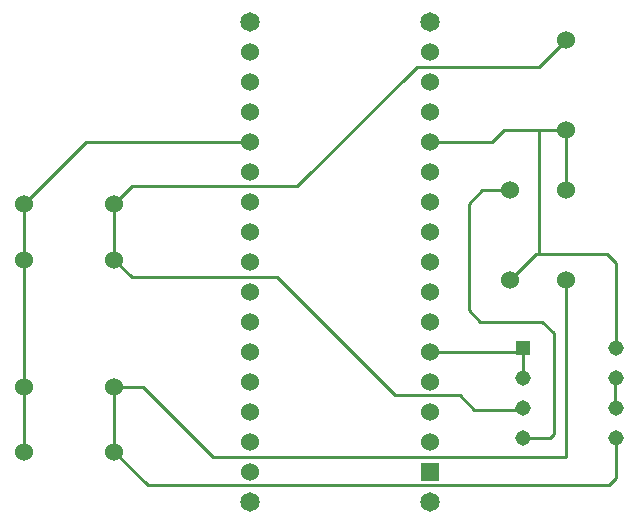
<source format=gbr>
%TF.GenerationSoftware,Altium Limited,Altium Designer,23.9.2 (47)*%
G04 Layer_Physical_Order=1*
G04 Layer_Color=255*
%FSLAX45Y45*%
%MOMM*%
%TF.SameCoordinates,069DA617-DDAF-4FD6-95A1-D134820B9D42*%
%TF.FilePolarity,Positive*%
%TF.FileFunction,Copper,L1,Top,Signal*%
%TF.Part,Single*%
G01*
G75*
%TA.AperFunction,Conductor*%
%ADD10C,0.25400*%
%TA.AperFunction,ComponentPad*%
%ADD11C,1.65100*%
%ADD12C,1.52400*%
%ADD13R,1.52400X1.52400*%
%ADD14C,1.30800*%
%ADD15R,1.30800X1.30800*%
D10*
X1539880Y1124997D02*
X2139879Y524998D01*
X1300003Y1124997D02*
X1539880D01*
X2139879Y524998D02*
X5125000D01*
X1299998Y575000D02*
X1585296Y289702D01*
X5489703D01*
X3675357Y1050000D02*
X4225000D01*
X4746004Y925000D02*
X4763004Y942000D01*
X4225000Y1050000D02*
X4350000Y925000D01*
X4746004D01*
X2675357Y2050000D02*
X3675357Y1050000D01*
X1449999Y2050000D02*
X2675357D01*
X1299998Y2200001D02*
X1449999Y2050000D01*
X4300000Y2675000D02*
X4412000Y2787000D01*
X4300000Y1775000D02*
Y2675000D01*
X4412000Y2787000D02*
X4649998D01*
X4300000Y1775000D02*
X4400000Y1675000D01*
X5550003Y350003D02*
Y688000D01*
X5489703Y289702D02*
X5550003Y350003D01*
X5125000Y524998D02*
X5125000Y524998D01*
X4874998Y2250000D02*
X4900000D01*
Y3299999D02*
X5125000D01*
X4900000Y2250000D02*
Y3299999D01*
X4599999D02*
X4900000D01*
Y2250000D02*
X5475000D01*
X4498002Y3198002D02*
X4599999Y3299999D01*
X3974999Y3198002D02*
X4498002D01*
X4400000Y1675000D02*
X4925000D01*
X5025000Y1575000D01*
Y725000D02*
Y1575000D01*
X4988000Y688000D02*
X5025000Y725000D01*
X4763004Y688000D02*
X4988000D01*
X4649998Y2025000D02*
X4874998Y2250000D01*
X5475000D02*
X5550003Y2174997D01*
Y1450000D02*
Y2174997D01*
X4763004Y1420002D02*
Y1450000D01*
X3974999Y1420002D02*
X4763004D01*
X5543500Y948502D02*
X5550003Y942000D01*
X5543500Y948502D02*
Y1189497D01*
X5550003Y1196000D01*
X5125000Y524998D02*
Y2025000D01*
X1061000Y3198002D02*
X2450999D01*
X537998Y2675001D02*
X1061000Y3198002D01*
X1299998Y2675001D02*
X1449457Y2824460D01*
X2851720D01*
X3860100Y3832840D01*
X4895841D01*
X5125000Y4061999D01*
X4763004Y1196000D02*
Y1420002D01*
X5125000Y2787000D02*
Y3299999D01*
X1299998Y2200001D02*
Y2675001D01*
Y575000D02*
X1300003Y1124997D01*
X537998Y848340D02*
X538003Y1124997D01*
X537998Y575000D02*
Y848340D01*
Y2200001D02*
X538003Y1124997D01*
X537998Y2200001D02*
Y2675001D01*
D11*
X3974999Y4214002D02*
D03*
X2450999D02*
D03*
Y150002D02*
D03*
X3974999D02*
D03*
D12*
X2450999Y404002D02*
D03*
Y658002D02*
D03*
Y912002D02*
D03*
Y1166002D02*
D03*
Y1420002D02*
D03*
Y1674002D02*
D03*
Y1928002D02*
D03*
Y2182002D02*
D03*
Y2436002D02*
D03*
Y2690002D02*
D03*
Y2944002D02*
D03*
Y3198002D02*
D03*
Y3452002D02*
D03*
Y3706002D02*
D03*
Y3960002D02*
D03*
X3974999D02*
D03*
Y3706002D02*
D03*
Y3452002D02*
D03*
Y3198002D02*
D03*
Y2944002D02*
D03*
Y2690002D02*
D03*
Y2436002D02*
D03*
Y2182002D02*
D03*
Y1928002D02*
D03*
Y1674002D02*
D03*
Y1420002D02*
D03*
Y1166002D02*
D03*
Y912002D02*
D03*
Y658002D02*
D03*
X4649998Y2787000D02*
D03*
Y2025000D02*
D03*
X5125000Y4061999D02*
D03*
Y3299999D02*
D03*
Y2025000D02*
D03*
Y2787000D02*
D03*
X1300003Y1124997D02*
D03*
X538003D02*
D03*
X1299998Y2675001D02*
D03*
X537998D02*
D03*
Y2200001D02*
D03*
X1299998D02*
D03*
Y575000D02*
D03*
X537998D02*
D03*
D13*
X3974999Y404002D02*
D03*
D14*
X4763004Y942000D02*
D03*
Y1196000D02*
D03*
Y688000D02*
D03*
X5550003D02*
D03*
Y1450000D02*
D03*
Y942000D02*
D03*
Y1196000D02*
D03*
D15*
X4763004Y1450000D02*
D03*
%TF.MD5,64718180dc7be07fa347d0b01d5d7d4f*%
M02*

</source>
